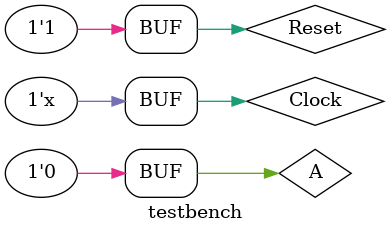
<source format=v>
`timescale 1ns / 1ps

module testbench();
    reg A=0;
    reg Reset=1;
    reg Clock;
    wire G;
    wire F;
    wire [3:0]state;
//
Lab_7_2 test(
  .A(A),
  .Reset(Reset),
  .Clock(Clock),
  .G(G),
  .F(F),
  .state(state)
);
   initial 
   begin
   Clock=0;
   #100;
   Reset=1;
   #100;
   A=1;
   #300;
   A=0;
   end
   
   always
   begin
     #10 Clock=~Clock;
     end

endmodule

</source>
